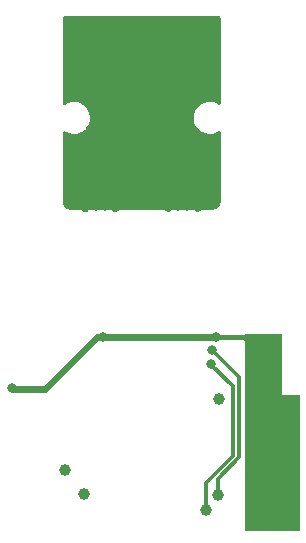
<source format=gbl>
%TF.GenerationSoftware,KiCad,Pcbnew,(6.0.6-0)*%
%TF.CreationDate,2022-06-30T11:52:42+02:00*%
%TF.ProjectId,leo_headphones,6c656f5f-6865-4616-9470-686f6e65732e,rev?*%
%TF.SameCoordinates,Original*%
%TF.FileFunction,Copper,L2,Bot*%
%TF.FilePolarity,Positive*%
%FSLAX46Y46*%
G04 Gerber Fmt 4.6, Leading zero omitted, Abs format (unit mm)*
G04 Created by KiCad (PCBNEW (6.0.6-0)) date 2022-06-30 11:52:42*
%MOMM*%
%LPD*%
G01*
G04 APERTURE LIST*
%TA.AperFunction,EtchedComponent*%
%ADD10C,0.010000*%
%TD*%
%TA.AperFunction,ComponentPad*%
%ADD11C,1.000000*%
%TD*%
%TA.AperFunction,ViaPad*%
%ADD12C,0.800000*%
%TD*%
%TA.AperFunction,Conductor*%
%ADD13C,0.304800*%
%TD*%
%TA.AperFunction,Conductor*%
%ADD14C,0.609600*%
%TD*%
%TA.AperFunction,Conductor*%
%ADD15C,0.457200*%
%TD*%
%TA.AperFunction,Conductor*%
%ADD16C,0.250000*%
%TD*%
G04 APERTURE END LIST*
%TO.C,U2*%
G36*
X165621990Y-110887323D02*
G01*
X167145990Y-110887323D01*
X167145990Y-122317323D01*
X162573990Y-122317323D01*
X162573990Y-105722657D01*
X165621990Y-105722657D01*
X165621990Y-110887323D01*
G37*
D10*
X165621990Y-110887323D02*
X167145990Y-110887323D01*
X167145990Y-122317323D01*
X162573990Y-122317323D01*
X162573990Y-105722657D01*
X165621990Y-105722657D01*
X165621990Y-110887323D01*
%TD*%
D11*
%TO.P,U1,1,ANT*%
%TO.N,Net-(U1-Pad1)*%
X160434147Y-111238923D03*
%TO.P,U1,2,SPK+*%
%TO.N,/BT_SPK+*%
X160284147Y-119388923D03*
%TO.P,U1,3,SPK-*%
%TO.N,/BT_SPK-*%
X159284147Y-120588923D03*
%TO.P,U1,4,BATT-*%
%TO.N,GND*%
X148934147Y-119238923D03*
%TO.P,U1,5,BATT+*%
%TO.N,/BATT+*%
X147384147Y-117238923D03*
%TD*%
D12*
%TO.N,/BT_SPK-*%
X159740600Y-108254800D03*
%TO.N,/BT_SPK+*%
X159842200Y-107086400D03*
%TO.N,GND*%
X164033200Y-121361200D03*
X164010000Y-107440000D03*
X160125000Y-105940000D03*
X142875000Y-110312200D03*
X150593200Y-105940000D03*
X164033200Y-111937800D03*
%TO.N,GND2*%
X151688800Y-80391000D03*
X156286200Y-93751400D03*
X150952200Y-93700600D03*
X156286200Y-80391000D03*
X147955000Y-93776800D03*
X159435800Y-89814400D03*
X159537400Y-93802200D03*
X148361400Y-89789000D03*
%TD*%
D13*
%TO.N,/BT_SPK-*%
X159740600Y-108356400D02*
X161544000Y-110159800D01*
X159284151Y-118312449D02*
X159284151Y-120588920D01*
X161544000Y-116052600D02*
X159284151Y-118312449D01*
X161544000Y-110159800D02*
X161544000Y-116052600D01*
X159740600Y-108254800D02*
X159740600Y-108356400D01*
%TO.N,/BT_SPK+*%
X160284151Y-117958349D02*
X162077400Y-116165100D01*
X162077400Y-109321600D02*
X159842200Y-107086400D01*
X162077400Y-116165100D02*
X162077400Y-109321600D01*
X160284151Y-119388920D02*
X160284151Y-117958349D01*
D14*
%TO.N,GND*%
X150030000Y-105940000D02*
X150593200Y-105940000D01*
X142875000Y-110312200D02*
X142902800Y-110340000D01*
X142902800Y-110340000D02*
X145630000Y-110340000D01*
D15*
X160125000Y-105940000D02*
X162510000Y-105940000D01*
D16*
X164033200Y-121361200D02*
X164033200Y-111937800D01*
D14*
X150593200Y-105940000D02*
X160125000Y-105940000D01*
X145630000Y-110340000D02*
X150030000Y-105940000D01*
D15*
X162510000Y-105940000D02*
X164010000Y-107440000D01*
%TD*%
%TA.AperFunction,Conductor*%
%TO.N,GND2*%
G36*
X160445686Y-78785402D02*
G01*
X160492179Y-78839058D01*
X160498135Y-78854811D01*
X160525250Y-78944196D01*
X160530068Y-78968421D01*
X160538817Y-79057255D01*
X160538365Y-79069721D01*
X160539404Y-79069721D01*
X160539404Y-79080745D01*
X160537490Y-79091600D01*
X160539404Y-79102454D01*
X160540279Y-79107417D01*
X160542193Y-79129319D01*
X160540912Y-86178445D01*
X160520898Y-86246562D01*
X160467233Y-86293045D01*
X160396958Y-86303136D01*
X160352582Y-86287925D01*
X160184139Y-86192041D01*
X159967938Y-86113564D01*
X159962689Y-86112615D01*
X159962686Y-86112614D01*
X159745690Y-86073375D01*
X159745683Y-86073374D01*
X159741606Y-86072637D01*
X159722269Y-86071725D01*
X159718985Y-86071570D01*
X159718979Y-86071570D01*
X159717498Y-86071500D01*
X159555852Y-86071500D01*
X159384421Y-86086046D01*
X159379257Y-86087386D01*
X159379253Y-86087387D01*
X159166959Y-86142488D01*
X159166954Y-86142490D01*
X159161794Y-86143829D01*
X159156928Y-86146021D01*
X158956948Y-86236105D01*
X158956945Y-86236106D01*
X158952087Y-86238295D01*
X158947663Y-86241274D01*
X158947662Y-86241274D01*
X158938518Y-86247430D01*
X158761293Y-86366745D01*
X158594870Y-86525504D01*
X158457576Y-86710035D01*
X158353336Y-86915060D01*
X158285130Y-87134717D01*
X158284429Y-87140006D01*
X158267682Y-87266364D01*
X158254910Y-87362726D01*
X158263539Y-87592567D01*
X158310770Y-87817668D01*
X158395253Y-88031593D01*
X158398023Y-88036157D01*
X158398024Y-88036160D01*
X158511802Y-88223661D01*
X158511805Y-88223665D01*
X158514572Y-88228225D01*
X158665316Y-88401942D01*
X158669442Y-88405325D01*
X158669447Y-88405330D01*
X158764386Y-88483174D01*
X158843174Y-88547776D01*
X158847810Y-88550415D01*
X158847813Y-88550417D01*
X158929017Y-88596641D01*
X159043061Y-88661559D01*
X159259262Y-88740036D01*
X159264511Y-88740985D01*
X159264514Y-88740986D01*
X159481510Y-88780225D01*
X159481517Y-88780226D01*
X159485594Y-88780963D01*
X159504315Y-88781846D01*
X159508215Y-88782030D01*
X159508221Y-88782030D01*
X159509702Y-88782100D01*
X159671348Y-88782100D01*
X159842779Y-88767554D01*
X159847943Y-88766214D01*
X159847947Y-88766213D01*
X160060241Y-88711112D01*
X160060246Y-88711110D01*
X160065406Y-88709771D01*
X160178300Y-88658916D01*
X160270252Y-88617495D01*
X160270255Y-88617494D01*
X160275113Y-88615305D01*
X160302836Y-88596641D01*
X160344092Y-88568866D01*
X160411771Y-88547415D01*
X160480303Y-88565959D01*
X160527930Y-88618610D01*
X160540459Y-88673409D01*
X160539407Y-94463446D01*
X160537493Y-94485302D01*
X160534690Y-94501200D01*
X160536604Y-94512055D01*
X160536604Y-94523079D01*
X160535565Y-94523079D01*
X160536017Y-94535545D01*
X160527268Y-94624379D01*
X160522449Y-94648605D01*
X160490122Y-94755173D01*
X160480670Y-94777993D01*
X160428172Y-94876210D01*
X160414449Y-94896748D01*
X160343799Y-94982834D01*
X160326334Y-95000299D01*
X160240248Y-95070949D01*
X160219710Y-95084672D01*
X160121493Y-95137170D01*
X160098673Y-95146622D01*
X159992105Y-95178949D01*
X159967879Y-95183768D01*
X159879045Y-95192517D01*
X159866579Y-95192065D01*
X159866579Y-95193104D01*
X159855555Y-95193104D01*
X159844700Y-95191190D01*
X159828842Y-95193986D01*
X159806964Y-95195900D01*
X159388036Y-95195900D01*
X159366158Y-95193986D01*
X159362284Y-95193303D01*
X159361150Y-95193103D01*
X159361149Y-95193103D01*
X159350300Y-95191190D01*
X159348824Y-95191450D01*
X159134702Y-95209193D01*
X159072304Y-95224994D01*
X158930030Y-95261022D01*
X158930025Y-95261024D01*
X158924985Y-95262300D01*
X158920218Y-95264391D01*
X158920215Y-95264392D01*
X158803392Y-95315636D01*
X158726870Y-95349202D01*
X158722511Y-95352050D01*
X158722509Y-95352051D01*
X158704487Y-95363826D01*
X158662959Y-95390957D01*
X158594992Y-95411470D01*
X158526722Y-95391981D01*
X158501296Y-95370760D01*
X158450607Y-95315636D01*
X158450603Y-95315633D01*
X158444790Y-95309311D01*
X158437493Y-95304787D01*
X158437491Y-95304785D01*
X158322783Y-95233664D01*
X158322780Y-95233663D01*
X158315484Y-95229139D01*
X158169383Y-95186692D01*
X158162349Y-95186175D01*
X158160905Y-95186069D01*
X158160894Y-95186069D01*
X158158598Y-95185900D01*
X158049386Y-95185900D01*
X158045140Y-95186482D01*
X158045134Y-95186482D01*
X157945274Y-95200161D01*
X157945271Y-95200162D01*
X157936765Y-95201327D01*
X157797135Y-95261750D01*
X157790458Y-95267157D01*
X157790455Y-95267159D01*
X157789075Y-95268277D01*
X157787582Y-95268900D01*
X157783113Y-95271606D01*
X157782705Y-95270933D01*
X157723547Y-95295600D01*
X157653649Y-95283158D01*
X157643388Y-95277441D01*
X157572783Y-95233664D01*
X157572780Y-95233663D01*
X157565484Y-95229139D01*
X157419383Y-95186692D01*
X157412349Y-95186175D01*
X157410905Y-95186069D01*
X157410894Y-95186069D01*
X157408598Y-95185900D01*
X157299386Y-95185900D01*
X157295140Y-95186482D01*
X157295134Y-95186482D01*
X157195274Y-95200161D01*
X157195271Y-95200162D01*
X157186765Y-95201327D01*
X157047135Y-95261750D01*
X157040458Y-95267157D01*
X157040455Y-95267159D01*
X157039075Y-95268277D01*
X157037582Y-95268900D01*
X157033113Y-95271606D01*
X157032705Y-95270933D01*
X156973547Y-95295600D01*
X156903649Y-95283158D01*
X156893388Y-95277441D01*
X156822783Y-95233664D01*
X156822780Y-95233663D01*
X156815484Y-95229139D01*
X156669383Y-95186692D01*
X156662349Y-95186175D01*
X156660905Y-95186069D01*
X156660894Y-95186069D01*
X156658598Y-95185900D01*
X156549386Y-95185900D01*
X156545140Y-95186482D01*
X156545134Y-95186482D01*
X156445274Y-95200161D01*
X156445271Y-95200162D01*
X156436765Y-95201327D01*
X156297135Y-95261750D01*
X156178898Y-95357497D01*
X156177387Y-95359624D01*
X156118659Y-95394130D01*
X156047719Y-95391293D01*
X156019004Y-95377328D01*
X155961955Y-95339974D01*
X155763569Y-95252784D01*
X155553522Y-95199499D01*
X155484457Y-95193768D01*
X155395855Y-95186415D01*
X155395842Y-95186414D01*
X155395685Y-95186401D01*
X155395684Y-95186401D01*
X155391728Y-95186073D01*
X155391812Y-95185055D01*
X155391553Y-95184965D01*
X155391463Y-95186051D01*
X155389643Y-95185900D01*
X155340103Y-95181789D01*
X155337563Y-95181341D01*
X155321713Y-95184136D01*
X155299832Y-95186051D01*
X152388036Y-95186051D01*
X152366158Y-95184137D01*
X152361161Y-95183256D01*
X152361150Y-95183254D01*
X152361149Y-95183254D01*
X152350300Y-95181341D01*
X152347775Y-95181786D01*
X152335826Y-95182776D01*
X152335825Y-95182776D01*
X152139906Y-95199010D01*
X152139901Y-95199011D01*
X152134710Y-95199441D01*
X152129652Y-95200722D01*
X152129651Y-95200722D01*
X151930054Y-95251267D01*
X151930050Y-95251269D01*
X151925001Y-95252547D01*
X151920231Y-95254639D01*
X151920229Y-95254640D01*
X151868248Y-95277441D01*
X151726893Y-95339445D01*
X151722534Y-95342293D01*
X151722532Y-95342294D01*
X151665869Y-95379314D01*
X151597900Y-95399827D01*
X151529631Y-95380338D01*
X151504204Y-95359116D01*
X151464407Y-95315836D01*
X151464403Y-95315833D01*
X151458590Y-95309511D01*
X151451293Y-95304987D01*
X151451291Y-95304985D01*
X151336583Y-95233864D01*
X151336580Y-95233863D01*
X151329284Y-95229339D01*
X151183183Y-95186892D01*
X151176149Y-95186375D01*
X151174705Y-95186269D01*
X151174694Y-95186269D01*
X151172398Y-95186100D01*
X151063186Y-95186100D01*
X151058940Y-95186682D01*
X151058934Y-95186682D01*
X150959074Y-95200361D01*
X150959071Y-95200362D01*
X150950565Y-95201527D01*
X150892294Y-95226743D01*
X150819287Y-95258336D01*
X150810935Y-95261950D01*
X150804258Y-95267357D01*
X150804255Y-95267359D01*
X150802875Y-95268477D01*
X150801382Y-95269100D01*
X150796913Y-95271806D01*
X150796505Y-95271133D01*
X150737347Y-95295800D01*
X150667449Y-95283358D01*
X150657188Y-95277641D01*
X150656866Y-95277441D01*
X150636110Y-95264572D01*
X150586583Y-95233864D01*
X150586580Y-95233863D01*
X150579284Y-95229339D01*
X150433183Y-95186892D01*
X150426149Y-95186375D01*
X150424705Y-95186269D01*
X150424694Y-95186269D01*
X150422398Y-95186100D01*
X150313186Y-95186100D01*
X150308940Y-95186682D01*
X150308934Y-95186682D01*
X150209074Y-95200361D01*
X150209071Y-95200362D01*
X150200565Y-95201527D01*
X150142294Y-95226743D01*
X150069287Y-95258336D01*
X150060935Y-95261950D01*
X150054258Y-95267357D01*
X150054255Y-95267359D01*
X150052875Y-95268477D01*
X150051382Y-95269100D01*
X150046913Y-95271806D01*
X150046505Y-95271133D01*
X149987347Y-95295800D01*
X149917449Y-95283358D01*
X149907188Y-95277641D01*
X149906866Y-95277441D01*
X149886110Y-95264572D01*
X149836583Y-95233864D01*
X149836580Y-95233863D01*
X149829284Y-95229339D01*
X149683183Y-95186892D01*
X149676149Y-95186375D01*
X149674705Y-95186269D01*
X149674694Y-95186269D01*
X149672398Y-95186100D01*
X149563186Y-95186100D01*
X149558940Y-95186682D01*
X149558934Y-95186682D01*
X149459074Y-95200361D01*
X149459071Y-95200362D01*
X149450565Y-95201527D01*
X149327261Y-95254885D01*
X149319287Y-95258336D01*
X149310935Y-95261950D01*
X149303122Y-95268277D01*
X149199372Y-95352292D01*
X149199370Y-95352294D01*
X149192698Y-95357697D01*
X149187723Y-95364697D01*
X149186497Y-95366003D01*
X149125284Y-95401969D01*
X149054344Y-95399130D01*
X149025510Y-95385088D01*
X148979454Y-95354860D01*
X148979450Y-95354858D01*
X148975082Y-95351991D01*
X148805852Y-95277441D01*
X148781427Y-95266681D01*
X148781425Y-95266680D01*
X148776639Y-95264572D01*
X148767707Y-95262300D01*
X148571555Y-95212405D01*
X148571553Y-95212405D01*
X148566487Y-95211116D01*
X148422053Y-95199067D01*
X148406506Y-95197770D01*
X148405863Y-95197712D01*
X148405605Y-95197695D01*
X148405360Y-95197671D01*
X148405361Y-95197666D01*
X148404713Y-95197607D01*
X148404253Y-95197562D01*
X148404352Y-95196546D01*
X148404080Y-95196451D01*
X148403987Y-95197560D01*
X148352957Y-95193303D01*
X148350393Y-95192850D01*
X148339536Y-95194761D01*
X148339533Y-95194761D01*
X148334474Y-95195652D01*
X148312632Y-95197560D01*
X147889841Y-95197560D01*
X147870135Y-95196010D01*
X147867874Y-95195652D01*
X147850475Y-95192897D01*
X147839654Y-95195001D01*
X147832780Y-95195121D01*
X147818663Y-95194576D01*
X147713633Y-95184601D01*
X147686027Y-95178807D01*
X147568905Y-95140111D01*
X147543282Y-95128320D01*
X147471039Y-95084672D01*
X147437704Y-95064531D01*
X147415349Y-95047335D01*
X147326616Y-94961658D01*
X147308644Y-94939914D01*
X147241199Y-94836637D01*
X147228514Y-94811435D01*
X147185743Y-94695744D01*
X147178985Y-94668355D01*
X147174860Y-94636729D01*
X147165292Y-94563386D01*
X147164252Y-94549295D01*
X147164138Y-94542783D01*
X147165862Y-94531893D01*
X147163521Y-94519853D01*
X147161204Y-94495788D01*
X147161208Y-94463446D01*
X147161808Y-88664760D01*
X147181817Y-88596641D01*
X147235478Y-88550154D01*
X147305753Y-88540057D01*
X147350140Y-88555271D01*
X147422817Y-88596641D01*
X147536861Y-88661559D01*
X147753062Y-88740036D01*
X147758311Y-88740985D01*
X147758314Y-88740986D01*
X147975310Y-88780225D01*
X147975317Y-88780226D01*
X147979394Y-88780963D01*
X147998115Y-88781846D01*
X148002015Y-88782030D01*
X148002021Y-88782030D01*
X148003502Y-88782100D01*
X148165148Y-88782100D01*
X148336579Y-88767554D01*
X148341743Y-88766214D01*
X148341747Y-88766213D01*
X148554041Y-88711112D01*
X148554046Y-88711110D01*
X148559206Y-88709771D01*
X148672100Y-88658916D01*
X148764052Y-88617495D01*
X148764055Y-88617494D01*
X148768913Y-88615305D01*
X148959707Y-88486855D01*
X149034307Y-88415691D01*
X149122265Y-88331783D01*
X149126130Y-88328096D01*
X149263424Y-88143565D01*
X149367664Y-87938540D01*
X149435870Y-87718883D01*
X149452612Y-87592567D01*
X149465390Y-87496159D01*
X149465390Y-87496154D01*
X149466090Y-87490874D01*
X149457461Y-87261033D01*
X149410230Y-87035932D01*
X149325747Y-86822007D01*
X149322976Y-86817440D01*
X149209198Y-86629939D01*
X149209195Y-86629935D01*
X149206428Y-86625375D01*
X149055684Y-86451658D01*
X149051558Y-86448275D01*
X149051553Y-86448270D01*
X148881954Y-86309209D01*
X148877826Y-86305824D01*
X148873190Y-86303185D01*
X148873187Y-86303183D01*
X148682582Y-86194684D01*
X148677939Y-86192041D01*
X148461738Y-86113564D01*
X148456489Y-86112615D01*
X148456486Y-86112614D01*
X148239490Y-86073375D01*
X148239483Y-86073374D01*
X148235406Y-86072637D01*
X148216069Y-86071725D01*
X148212785Y-86071570D01*
X148212779Y-86071570D01*
X148211298Y-86071500D01*
X148049652Y-86071500D01*
X147878221Y-86086046D01*
X147873057Y-86087386D01*
X147873053Y-86087387D01*
X147660759Y-86142488D01*
X147660754Y-86142490D01*
X147655594Y-86143829D01*
X147650728Y-86146021D01*
X147450748Y-86236105D01*
X147450745Y-86236106D01*
X147445887Y-86238295D01*
X147441463Y-86241274D01*
X147441462Y-86241274D01*
X147358431Y-86297174D01*
X147290753Y-86318625D01*
X147222221Y-86300082D01*
X147174593Y-86247430D01*
X147162064Y-86192641D01*
X147162066Y-86178445D01*
X147162796Y-79129347D01*
X147164710Y-79107480D01*
X147165596Y-79102455D01*
X147165596Y-79102454D01*
X147167510Y-79091600D01*
X147165596Y-79080745D01*
X147165596Y-79069721D01*
X147166635Y-79069721D01*
X147166183Y-79057255D01*
X147174932Y-78968421D01*
X147179750Y-78944196D01*
X147206862Y-78854822D01*
X147245775Y-78795443D01*
X147310617Y-78766527D01*
X147327435Y-78765400D01*
X160377565Y-78765400D01*
X160445686Y-78785402D01*
G37*
%TD.AperFunction*%
%TD*%
M02*

</source>
